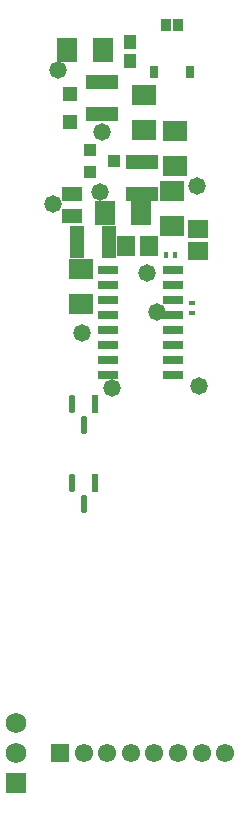
<source format=gbr>
G04*
G04 #@! TF.GenerationSoftware,Altium Limited,Altium Designer,22.11.1 (43)*
G04*
G04 Layer_Color=8388736*
%FSLAX44Y44*%
%MOMM*%
G71*
G04*
G04 #@! TF.SameCoordinates,85B5D84A-ABF2-449B-B7EE-03817192F5BC*
G04*
G04*
G04 #@! TF.FilePolarity,Negative*
G04*
G01*
G75*
%ADD22R,1.1500X1.1500*%
%ADD23R,1.0121X1.2084*%
%ADD25R,0.5000X0.4000*%
%ADD29R,0.4000X0.5000*%
%ADD31R,0.5721X1.5739*%
G04:AMPARAMS|DCode=32|XSize=1.5739mm|YSize=0.5721mm|CornerRadius=0.2861mm|HoleSize=0mm|Usage=FLASHONLY|Rotation=270.000|XOffset=0mm|YOffset=0mm|HoleType=Round|Shape=RoundedRectangle|*
%AMROUNDEDRECTD32*
21,1,1.5739,0.0000,0,0,270.0*
21,1,1.0018,0.5721,0,0,270.0*
1,1,0.5721,0.0000,-0.5009*
1,1,0.5721,0.0000,0.5009*
1,1,0.5721,0.0000,0.5009*
1,1,0.5721,0.0000,-0.5009*
%
%ADD32ROUNDEDRECTD32*%
%ADD33R,2.0532X1.6532*%
%ADD34R,0.9032X1.0032*%
%ADD35R,0.7532X1.0032*%
%ADD36R,2.8032X1.2032*%
%ADD37R,1.6532X2.0532*%
%ADD38R,1.1032X1.0032*%
%ADD39R,1.6532X1.2532*%
%ADD40R,1.2032X2.8032*%
%ADD41R,1.7032X0.8032*%
%ADD42R,1.7532X1.6032*%
%ADD43R,1.6032X1.7532*%
%ADD44R,1.7532X1.7532*%
%ADD45C,1.7532*%
%ADD46C,1.5532*%
%ADD47R,1.5532X1.5532*%
%ADD48C,1.4732*%
D22*
X63500Y687390D02*
D03*
Y663890D02*
D03*
D23*
X114300Y731919D02*
D03*
Y715881D02*
D03*
D25*
X166370Y502730D02*
D03*
Y510730D02*
D03*
D29*
X144590Y551180D02*
D03*
X152590D02*
D03*
D31*
X84430Y425414D02*
D03*
Y358067D02*
D03*
D32*
X65430Y425414D02*
D03*
X74930Y407706D02*
D03*
X65430Y358067D02*
D03*
X74930Y340360D02*
D03*
D33*
X72390Y539510D02*
D03*
Y509510D02*
D03*
X152400Y626350D02*
D03*
Y656350D02*
D03*
X125730Y656830D02*
D03*
Y686830D02*
D03*
X149860Y605790D02*
D03*
Y575790D02*
D03*
D34*
X144870Y746120D02*
D03*
X154870D02*
D03*
D35*
X134620Y706120D02*
D03*
X165120D02*
D03*
D36*
X90170Y671030D02*
D03*
Y698030D02*
D03*
X124460Y603250D02*
D03*
Y630250D02*
D03*
D37*
X91200Y725170D02*
D03*
X61200D02*
D03*
X123190Y586740D02*
D03*
X93190D02*
D03*
D38*
X80330Y640690D02*
D03*
Y621690D02*
D03*
X100330Y631190D02*
D03*
D39*
X64770Y584200D02*
D03*
Y602700D02*
D03*
D40*
X69520Y562610D02*
D03*
X96520D02*
D03*
D41*
X150690Y449580D02*
D03*
Y462280D02*
D03*
Y474980D02*
D03*
Y487680D02*
D03*
Y500380D02*
D03*
Y513080D02*
D03*
Y525780D02*
D03*
Y538480D02*
D03*
X95690Y449580D02*
D03*
Y462280D02*
D03*
Y474980D02*
D03*
Y487680D02*
D03*
Y500380D02*
D03*
Y513080D02*
D03*
Y525780D02*
D03*
Y538480D02*
D03*
D42*
X171450Y573380D02*
D03*
Y554380D02*
D03*
D43*
X111150Y558800D02*
D03*
X130150D02*
D03*
D44*
X17780Y104140D02*
D03*
D45*
Y129540D02*
D03*
Y154940D02*
D03*
D46*
X194930Y129540D02*
D03*
X174930D02*
D03*
X154930D02*
D03*
X134930D02*
D03*
X114930D02*
D03*
X94930D02*
D03*
X74930D02*
D03*
D47*
X54930D02*
D03*
D48*
X90805Y655320D02*
D03*
X137440Y502920D02*
D03*
X172720Y440690D02*
D03*
X98856Y438947D02*
D03*
X73660Y485140D02*
D03*
X171072Y609932D02*
D03*
X53522Y707626D02*
D03*
X49120Y594451D02*
D03*
X128270Y535940D02*
D03*
X88900Y604880D02*
D03*
M02*

</source>
